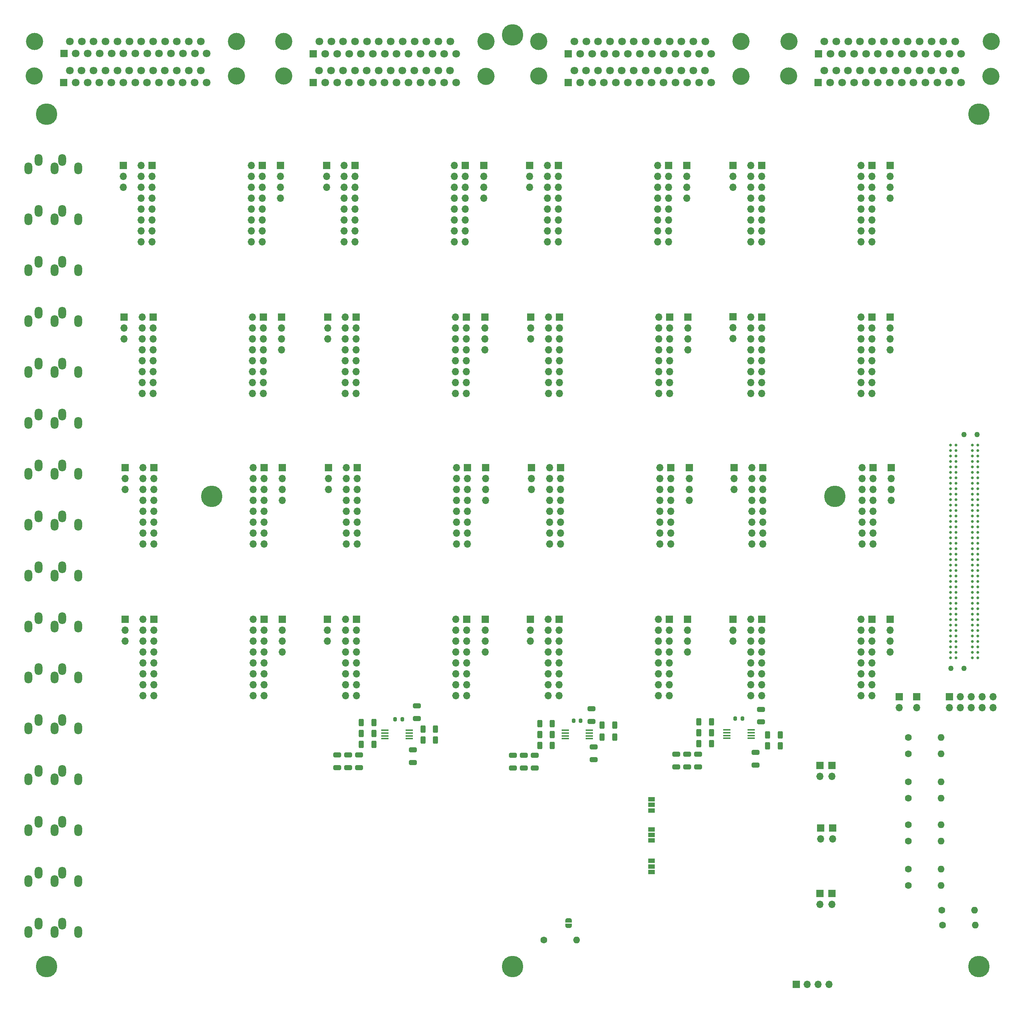
<source format=gbr>
G04 #@! TF.GenerationSoftware,KiCad,Pcbnew,7.0.0*
G04 #@! TF.CreationDate,2024-03-13T15:56:50+01:00*
G04 #@! TF.ProjectId,ADAU1787_rack,41444155-3137-4383-975f-7261636b2e6b,rev?*
G04 #@! TF.SameCoordinates,Original*
G04 #@! TF.FileFunction,Soldermask,Bot*
G04 #@! TF.FilePolarity,Negative*
%FSLAX46Y46*%
G04 Gerber Fmt 4.6, Leading zero omitted, Abs format (unit mm)*
G04 Created by KiCad (PCBNEW 7.0.0) date 2024-03-13 15:56:50*
%MOMM*%
%LPD*%
G01*
G04 APERTURE LIST*
G04 Aperture macros list*
%AMRoundRect*
0 Rectangle with rounded corners*
0 $1 Rounding radius*
0 $2 $3 $4 $5 $6 $7 $8 $9 X,Y pos of 4 corners*
0 Add a 4 corners polygon primitive as box body*
4,1,4,$2,$3,$4,$5,$6,$7,$8,$9,$2,$3,0*
0 Add four circle primitives for the rounded corners*
1,1,$1+$1,$2,$3*
1,1,$1+$1,$4,$5*
1,1,$1+$1,$6,$7*
1,1,$1+$1,$8,$9*
0 Add four rect primitives between the rounded corners*
20,1,$1+$1,$2,$3,$4,$5,0*
20,1,$1+$1,$4,$5,$6,$7,0*
20,1,$1+$1,$6,$7,$8,$9,0*
20,1,$1+$1,$8,$9,$2,$3,0*%
%AMFreePoly0*
4,1,19,0.500000,-0.750000,0.000000,-0.750000,0.000000,-0.744911,-0.071157,-0.744911,-0.207708,-0.704816,-0.327430,-0.627875,-0.420627,-0.520320,-0.479746,-0.390866,-0.500000,-0.250000,-0.500000,0.250000,-0.479746,0.390866,-0.420627,0.520320,-0.327430,0.627875,-0.207708,0.704816,-0.071157,0.744911,0.000000,0.744911,0.000000,0.750000,0.500000,0.750000,0.500000,-0.750000,0.500000,-0.750000,
$1*%
%AMFreePoly1*
4,1,19,0.000000,0.744911,0.071157,0.744911,0.207708,0.704816,0.327430,0.627875,0.420627,0.520320,0.479746,0.390866,0.500000,0.250000,0.500000,-0.250000,0.479746,-0.390866,0.420627,-0.520320,0.327430,-0.627875,0.207708,-0.704816,0.071157,-0.744911,0.000000,-0.744911,0.000000,-0.750000,-0.500000,-0.750000,-0.500000,0.750000,0.000000,0.750000,0.000000,0.744911,0.000000,0.744911,
$1*%
G04 Aperture macros list end*
%ADD10R,1.700000X1.700000*%
%ADD11O,1.700000X1.700000*%
%ADD12O,1.800000X2.800000*%
%ADD13C,1.270000*%
%ADD14C,1.600000*%
%ADD15O,1.600000X1.600000*%
%ADD16C,5.000000*%
%ADD17C,4.000000*%
%ADD18R,1.800000X1.800000*%
%ADD19C,1.800000*%
%ADD20C,0.640000*%
%ADD21R,1.500000X1.000000*%
%ADD22FreePoly0,270.000000*%
%ADD23FreePoly1,270.000000*%
%ADD24RoundRect,0.250000X0.312500X0.625000X-0.312500X0.625000X-0.312500X-0.625000X0.312500X-0.625000X0*%
%ADD25RoundRect,0.250000X0.650000X-0.325000X0.650000X0.325000X-0.650000X0.325000X-0.650000X-0.325000X0*%
%ADD26RoundRect,0.200000X-0.200000X-0.275000X0.200000X-0.275000X0.200000X0.275000X-0.200000X0.275000X0*%
%ADD27RoundRect,0.250000X-0.312500X-0.625000X0.312500X-0.625000X0.312500X0.625000X-0.312500X0.625000X0*%
%ADD28R,1.655432X0.380766*%
%ADD29RoundRect,0.250000X-0.650000X0.325000X-0.650000X-0.325000X0.650000X-0.325000X0.650000X0.325000X0*%
G04 APERTURE END LIST*
D10*
X56143499Y-180073999D03*
D11*
X53603499Y-180073999D03*
X56143499Y-182613999D03*
X53603499Y-182613999D03*
X56143499Y-185153999D03*
X53603499Y-185153999D03*
X56143499Y-187693999D03*
X53603499Y-187693999D03*
X56143499Y-190233999D03*
X53603499Y-190233999D03*
X56143499Y-192773999D03*
X53603499Y-192773999D03*
X56143499Y-195313999D03*
X53603499Y-195313999D03*
X56143499Y-197853999D03*
X53603499Y-197853999D03*
D10*
X81797499Y-180073999D03*
D11*
X79257499Y-180073999D03*
X81797499Y-182613999D03*
X79257499Y-182613999D03*
X81797499Y-185153999D03*
X79257499Y-185153999D03*
X81797499Y-187693999D03*
X79257499Y-187693999D03*
X81797499Y-190233999D03*
X79257499Y-190233999D03*
X81797499Y-192773999D03*
X79257499Y-192773999D03*
X81797499Y-195313999D03*
X79257499Y-195313999D03*
X81797499Y-197853999D03*
X79257499Y-197853999D03*
D12*
X34774219Y-96843964D03*
X32974219Y-98843964D03*
X26874219Y-98843964D03*
X29274219Y-96843964D03*
X38474219Y-98843964D03*
X34774219Y-84990631D03*
X32974219Y-86990631D03*
X26874219Y-86990631D03*
X29274219Y-84990631D03*
X38474219Y-86990631D03*
X34774219Y-215377294D03*
X32974219Y-217377294D03*
X26874219Y-217377294D03*
X29274219Y-215377294D03*
X38474219Y-217377294D03*
X34774219Y-239083960D03*
X32974219Y-241083960D03*
X26874219Y-241083960D03*
X29274219Y-239083960D03*
X38474219Y-241083960D03*
X34774219Y-250937298D03*
X32974219Y-252937298D03*
X26874219Y-252937298D03*
X29274219Y-250937298D03*
X38474219Y-252937298D03*
X34774219Y-73137298D03*
X32974219Y-75137298D03*
X26874219Y-75137298D03*
X29274219Y-73137298D03*
X38474219Y-75137298D03*
X34774219Y-227230627D03*
X32974219Y-229230627D03*
X26874219Y-229230627D03*
X29274219Y-227230627D03*
X38474219Y-229230627D03*
X34774219Y-191670628D03*
X32974219Y-193670628D03*
X26874219Y-193670628D03*
X29274219Y-191670628D03*
X38474219Y-193670628D03*
X34774219Y-179817295D03*
X32974219Y-181817295D03*
X26874219Y-181817295D03*
X29274219Y-179817295D03*
X38474219Y-181817295D03*
X34774219Y-120550630D03*
X32974219Y-122550630D03*
X26874219Y-122550630D03*
X29274219Y-120550630D03*
X38474219Y-122550630D03*
X34774219Y-167963962D03*
X32974219Y-169963962D03*
X26874219Y-169963962D03*
X29274219Y-167963962D03*
X38474219Y-169963962D03*
X34774219Y-156110629D03*
X32974219Y-158110629D03*
X26874219Y-158110629D03*
X29274219Y-156110629D03*
X38474219Y-158110629D03*
X34774219Y-144257296D03*
X32974219Y-146257296D03*
X26874219Y-146257296D03*
X29274219Y-144257296D03*
X38474219Y-146257296D03*
X34774219Y-203523961D03*
X32974219Y-205523961D03*
X26874219Y-205523961D03*
X29274219Y-203523961D03*
X38474219Y-205523961D03*
D10*
X103263045Y-180073999D03*
D11*
X100723045Y-180073999D03*
X103263045Y-182613999D03*
X100723045Y-182613999D03*
X103263045Y-185153999D03*
X100723045Y-185153999D03*
X103263045Y-187693999D03*
X100723045Y-187693999D03*
X103263045Y-190233999D03*
X100723045Y-190233999D03*
X103263045Y-192773999D03*
X100723045Y-192773999D03*
X103263045Y-195313999D03*
X100723045Y-195313999D03*
X103263045Y-197853999D03*
X100723045Y-197853999D03*
D10*
X128917045Y-180073999D03*
D11*
X126377045Y-180073999D03*
X128917045Y-182613999D03*
X126377045Y-182613999D03*
X128917045Y-185153999D03*
X126377045Y-185153999D03*
X128917045Y-187693999D03*
X126377045Y-187693999D03*
X128917045Y-190233999D03*
X126377045Y-190233999D03*
X128917045Y-192773999D03*
X126377045Y-192773999D03*
X128917045Y-195313999D03*
X126377045Y-195313999D03*
X128917045Y-197853999D03*
X126377045Y-197853999D03*
D10*
X103429712Y-144823499D03*
D11*
X100889712Y-144823499D03*
X103429712Y-147363499D03*
X100889712Y-147363499D03*
X103429712Y-149903499D03*
X100889712Y-149903499D03*
X103429712Y-152443499D03*
X100889712Y-152443499D03*
X103429712Y-154983499D03*
X100889712Y-154983499D03*
X103429712Y-157523499D03*
X100889712Y-157523499D03*
X103429712Y-160063499D03*
X100889712Y-160063499D03*
X103429712Y-162603499D03*
X100889712Y-162603499D03*
D10*
X129083712Y-144823499D03*
D11*
X126543712Y-144823499D03*
X129083712Y-147363499D03*
X126543712Y-147363499D03*
X129083712Y-149903499D03*
X126543712Y-149903499D03*
X129083712Y-152443499D03*
X126543712Y-152443499D03*
X129083712Y-154983499D03*
X126543712Y-154983499D03*
X129083712Y-157523499D03*
X126543712Y-157523499D03*
X129083712Y-160063499D03*
X126543712Y-160063499D03*
X129083712Y-162603499D03*
X126543712Y-162603499D03*
D10*
X150532285Y-109727999D03*
D11*
X147992285Y-109727999D03*
X150532285Y-112267999D03*
X147992285Y-112267999D03*
X150532285Y-114807999D03*
X147992285Y-114807999D03*
X150532285Y-117347999D03*
X147992285Y-117347999D03*
X150532285Y-119887999D03*
X147992285Y-119887999D03*
X150532285Y-122427999D03*
X147992285Y-122427999D03*
X150532285Y-124967999D03*
X147992285Y-124967999D03*
X150532285Y-127507999D03*
X147992285Y-127507999D03*
D10*
X176186285Y-109727999D03*
D11*
X173646285Y-109727999D03*
X176186285Y-112267999D03*
X173646285Y-112267999D03*
X176186285Y-114807999D03*
X173646285Y-114807999D03*
X176186285Y-117347999D03*
X173646285Y-117347999D03*
X176186285Y-119887999D03*
X173646285Y-119887999D03*
X176186285Y-122427999D03*
X173646285Y-122427999D03*
X176186285Y-124967999D03*
X173646285Y-124967999D03*
X176186285Y-127507999D03*
X173646285Y-127507999D03*
D10*
X55666359Y-74421999D03*
D11*
X53126359Y-74421999D03*
X55666359Y-76961999D03*
X53126359Y-76961999D03*
X55666359Y-79501999D03*
X53126359Y-79501999D03*
X55666359Y-82041999D03*
X53126359Y-82041999D03*
X55666359Y-84581999D03*
X53126359Y-84581999D03*
X55666359Y-87121999D03*
X53126359Y-87121999D03*
X55666359Y-89661999D03*
X53126359Y-89661999D03*
X55666359Y-92201999D03*
X53126359Y-92201999D03*
D10*
X81320359Y-74421999D03*
D11*
X78780359Y-74421999D03*
X81320359Y-76961999D03*
X78780359Y-76961999D03*
X81320359Y-79501999D03*
X78780359Y-79501999D03*
X81320359Y-82041999D03*
X78780359Y-82041999D03*
X81320359Y-84581999D03*
X78780359Y-84581999D03*
X81320359Y-87121999D03*
X78780359Y-87121999D03*
X81320359Y-89661999D03*
X78780359Y-89661999D03*
X81320359Y-92201999D03*
X78780359Y-92201999D03*
D10*
X197611999Y-74421999D03*
D11*
X195071999Y-74421999D03*
X197611999Y-76961999D03*
X195071999Y-76961999D03*
X197611999Y-79501999D03*
X195071999Y-79501999D03*
X197611999Y-82041999D03*
X195071999Y-82041999D03*
X197611999Y-84581999D03*
X195071999Y-84581999D03*
X197611999Y-87121999D03*
X195071999Y-87121999D03*
X197611999Y-89661999D03*
X195071999Y-89661999D03*
X197611999Y-92201999D03*
X195071999Y-92201999D03*
D10*
X223265999Y-74421999D03*
D11*
X220725999Y-74421999D03*
X223265999Y-76961999D03*
X220725999Y-76961999D03*
X223265999Y-79501999D03*
X220725999Y-79501999D03*
X223265999Y-82041999D03*
X220725999Y-82041999D03*
X223265999Y-84581999D03*
X220725999Y-84581999D03*
X223265999Y-87121999D03*
X220725999Y-87121999D03*
X223265999Y-89661999D03*
X220725999Y-89661999D03*
X223265999Y-92201999D03*
X220725999Y-92201999D03*
D10*
X102952572Y-74421999D03*
D11*
X100412572Y-74421999D03*
X102952572Y-76961999D03*
X100412572Y-76961999D03*
X102952572Y-79501999D03*
X100412572Y-79501999D03*
X102952572Y-82041999D03*
X100412572Y-82041999D03*
X102952572Y-84581999D03*
X100412572Y-84581999D03*
X102952572Y-87121999D03*
X100412572Y-87121999D03*
X102952572Y-89661999D03*
X100412572Y-89661999D03*
X102952572Y-92201999D03*
X100412572Y-92201999D03*
D10*
X128606572Y-74421999D03*
D11*
X126066572Y-74421999D03*
X128606572Y-76961999D03*
X126066572Y-76961999D03*
X128606572Y-79501999D03*
X126066572Y-79501999D03*
X128606572Y-82041999D03*
X126066572Y-82041999D03*
X128606572Y-84581999D03*
X126066572Y-84581999D03*
X128606572Y-87121999D03*
X126066572Y-87121999D03*
X128606572Y-89661999D03*
X126066572Y-89661999D03*
X128606572Y-92201999D03*
X126066572Y-92201999D03*
D10*
X150759425Y-144823499D03*
D11*
X148219425Y-144823499D03*
X150759425Y-147363499D03*
X148219425Y-147363499D03*
X150759425Y-149903499D03*
X148219425Y-149903499D03*
X150759425Y-152443499D03*
X148219425Y-152443499D03*
X150759425Y-154983499D03*
X148219425Y-154983499D03*
X150759425Y-157523499D03*
X148219425Y-157523499D03*
X150759425Y-160063499D03*
X148219425Y-160063499D03*
X150759425Y-162603499D03*
X148219425Y-162603499D03*
D10*
X176413425Y-144823499D03*
D11*
X173873425Y-144823499D03*
X176413425Y-147363499D03*
X173873425Y-147363499D03*
X176413425Y-149903499D03*
X173873425Y-149903499D03*
X176413425Y-152443499D03*
X173873425Y-152443499D03*
X176413425Y-154983499D03*
X173873425Y-154983499D03*
X176413425Y-157523499D03*
X173873425Y-157523499D03*
X176413425Y-160063499D03*
X173873425Y-160063499D03*
X176413425Y-162603499D03*
X173873425Y-162603499D03*
D10*
X150426091Y-180073999D03*
D11*
X147886091Y-180073999D03*
X150426091Y-182613999D03*
X147886091Y-182613999D03*
X150426091Y-185153999D03*
X147886091Y-185153999D03*
X150426091Y-187693999D03*
X147886091Y-187693999D03*
X150426091Y-190233999D03*
X147886091Y-190233999D03*
X150426091Y-192773999D03*
X147886091Y-192773999D03*
X150426091Y-195313999D03*
X147886091Y-195313999D03*
X150426091Y-197853999D03*
X147886091Y-197853999D03*
D10*
X176080091Y-180073999D03*
D11*
X173540091Y-180073999D03*
X176080091Y-182613999D03*
X173540091Y-182613999D03*
X176080091Y-185153999D03*
X173540091Y-185153999D03*
X176080091Y-187693999D03*
X173540091Y-187693999D03*
X176080091Y-190233999D03*
X173540091Y-190233999D03*
X176080091Y-192773999D03*
X173540091Y-192773999D03*
X176080091Y-195313999D03*
X173540091Y-195313999D03*
X176080091Y-197853999D03*
X173540091Y-197853999D03*
D13*
X244685000Y-137110000D03*
X241635000Y-191490000D03*
D10*
X197611999Y-109727999D03*
D11*
X195071999Y-109727999D03*
X197611999Y-112267999D03*
X195071999Y-112267999D03*
X197611999Y-114807999D03*
X195071999Y-114807999D03*
X197611999Y-117347999D03*
X195071999Y-117347999D03*
X197611999Y-119887999D03*
X195071999Y-119887999D03*
X197611999Y-122427999D03*
X195071999Y-122427999D03*
X197611999Y-124967999D03*
X195071999Y-124967999D03*
X197611999Y-127507999D03*
X195071999Y-127507999D03*
D10*
X223265999Y-109727999D03*
D11*
X220725999Y-109727999D03*
X223265999Y-112267999D03*
X220725999Y-112267999D03*
X223265999Y-114807999D03*
X220725999Y-114807999D03*
X223265999Y-117347999D03*
X220725999Y-117347999D03*
X223265999Y-119887999D03*
X220725999Y-119887999D03*
X223265999Y-122427999D03*
X220725999Y-122427999D03*
X223265999Y-124967999D03*
X220725999Y-124967999D03*
X223265999Y-127507999D03*
X220725999Y-127507999D03*
D10*
X150282285Y-74421999D03*
D11*
X147742285Y-74421999D03*
X150282285Y-76961999D03*
X147742285Y-76961999D03*
X150282285Y-79501999D03*
X147742285Y-79501999D03*
X150282285Y-82041999D03*
X147742285Y-82041999D03*
X150282285Y-84581999D03*
X147742285Y-84581999D03*
X150282285Y-87121999D03*
X147742285Y-87121999D03*
X150282285Y-89661999D03*
X147742285Y-89661999D03*
X150282285Y-92201999D03*
X147742285Y-92201999D03*
D10*
X175936285Y-74421999D03*
D11*
X173396285Y-74421999D03*
X175936285Y-76961999D03*
X173396285Y-76961999D03*
X175936285Y-79501999D03*
X173396285Y-79501999D03*
X175936285Y-82041999D03*
X173396285Y-82041999D03*
X175936285Y-84581999D03*
X173396285Y-84581999D03*
X175936285Y-87121999D03*
X173396285Y-87121999D03*
X175936285Y-89661999D03*
X173396285Y-89661999D03*
X175936285Y-92201999D03*
X173396285Y-92201999D03*
D10*
X197589139Y-180073999D03*
D11*
X195049139Y-180073999D03*
X197589139Y-182613999D03*
X195049139Y-182613999D03*
X197589139Y-185153999D03*
X195049139Y-185153999D03*
X197589139Y-187693999D03*
X195049139Y-187693999D03*
X197589139Y-190233999D03*
X195049139Y-190233999D03*
X197589139Y-192773999D03*
X195049139Y-192773999D03*
X197589139Y-195313999D03*
X195049139Y-195313999D03*
X197589139Y-197853999D03*
X195049139Y-197853999D03*
D10*
X223243139Y-180073999D03*
D11*
X220703139Y-180073999D03*
X223243139Y-182613999D03*
X220703139Y-182613999D03*
X223243139Y-185153999D03*
X220703139Y-185153999D03*
X223243139Y-187693999D03*
X220703139Y-187693999D03*
X223243139Y-190233999D03*
X220703139Y-190233999D03*
X223243139Y-192773999D03*
X220703139Y-192773999D03*
X223243139Y-195313999D03*
X220703139Y-195313999D03*
X223243139Y-197853999D03*
X220703139Y-197853999D03*
D10*
X55916359Y-109727999D03*
D11*
X53376359Y-109727999D03*
X55916359Y-112267999D03*
X53376359Y-112267999D03*
X55916359Y-114807999D03*
X53376359Y-114807999D03*
X55916359Y-117347999D03*
X53376359Y-117347999D03*
X55916359Y-119887999D03*
X53376359Y-119887999D03*
X55916359Y-122427999D03*
X53376359Y-122427999D03*
X55916359Y-124967999D03*
X53376359Y-124967999D03*
X55916359Y-127507999D03*
X53376359Y-127507999D03*
D10*
X81570359Y-109727999D03*
D11*
X79030359Y-109727999D03*
X81570359Y-112267999D03*
X79030359Y-112267999D03*
X81570359Y-114807999D03*
X79030359Y-114807999D03*
X81570359Y-117347999D03*
X79030359Y-117347999D03*
X81570359Y-119887999D03*
X79030359Y-119887999D03*
X81570359Y-122427999D03*
X79030359Y-122427999D03*
X81570359Y-124967999D03*
X79030359Y-124967999D03*
X81570359Y-127507999D03*
X79030359Y-127507999D03*
D10*
X103202572Y-109727999D03*
D11*
X100662572Y-109727999D03*
X103202572Y-112267999D03*
X100662572Y-112267999D03*
X103202572Y-114807999D03*
X100662572Y-114807999D03*
X103202572Y-117347999D03*
X100662572Y-117347999D03*
X103202572Y-119887999D03*
X100662572Y-119887999D03*
X103202572Y-122427999D03*
X100662572Y-122427999D03*
X103202572Y-124967999D03*
X100662572Y-124967999D03*
X103202572Y-127507999D03*
X100662572Y-127507999D03*
D10*
X128856572Y-109727999D03*
D11*
X126316572Y-109727999D03*
X128856572Y-112267999D03*
X126316572Y-112267999D03*
X128856572Y-114807999D03*
X126316572Y-114807999D03*
X128856572Y-117347999D03*
X126316572Y-117347999D03*
X128856572Y-119887999D03*
X126316572Y-119887999D03*
X128856572Y-122427999D03*
X126316572Y-122427999D03*
X128856572Y-124967999D03*
X126316572Y-124967999D03*
X128856572Y-127507999D03*
X126316572Y-127507999D03*
D10*
X56143499Y-144823499D03*
D11*
X53603499Y-144823499D03*
X56143499Y-147363499D03*
X53603499Y-147363499D03*
X56143499Y-149903499D03*
X53603499Y-149903499D03*
X56143499Y-152443499D03*
X53603499Y-152443499D03*
X56143499Y-154983499D03*
X53603499Y-154983499D03*
X56143499Y-157523499D03*
X53603499Y-157523499D03*
X56143499Y-160063499D03*
X53603499Y-160063499D03*
X56143499Y-162603499D03*
X53603499Y-162603499D03*
D10*
X81797499Y-144823499D03*
D11*
X79257499Y-144823499D03*
X81797499Y-147363499D03*
X79257499Y-147363499D03*
X81797499Y-149903499D03*
X79257499Y-149903499D03*
X81797499Y-152443499D03*
X79257499Y-152443499D03*
X81797499Y-154983499D03*
X79257499Y-154983499D03*
X81797499Y-157523499D03*
X79257499Y-157523499D03*
X81797499Y-160063499D03*
X79257499Y-160063499D03*
X81797499Y-162603499D03*
X79257499Y-162603499D03*
D14*
X231750000Y-211470000D03*
D15*
X239369999Y-211469999D03*
D14*
X231750000Y-221770000D03*
D15*
X239369999Y-221769999D03*
D14*
X231750000Y-231770000D03*
D15*
X239369999Y-231769999D03*
D14*
X231750000Y-207660000D03*
D15*
X239369999Y-207659999D03*
D14*
X231750000Y-217960000D03*
D15*
X239369999Y-217959999D03*
D14*
X231750000Y-227960000D03*
D15*
X239369999Y-227959999D03*
D14*
X231750000Y-238270000D03*
D15*
X239369999Y-238269999D03*
D14*
X231750000Y-242080000D03*
D15*
X239369999Y-242079999D03*
D14*
X239522000Y-247870000D03*
D15*
X247141999Y-247869999D03*
D14*
X239649000Y-251333000D03*
D15*
X247268999Y-251332999D03*
D12*
X34774219Y-108697297D03*
X32974219Y-110697297D03*
X26874219Y-110697297D03*
X29274219Y-108697297D03*
X38474219Y-110697297D03*
D10*
X197839139Y-144823499D03*
D11*
X195299139Y-144823499D03*
X197839139Y-147363499D03*
X195299139Y-147363499D03*
X197839139Y-149903499D03*
X195299139Y-149903499D03*
X197839139Y-152443499D03*
X195299139Y-152443499D03*
X197839139Y-154983499D03*
X195299139Y-154983499D03*
X197839139Y-157523499D03*
X195299139Y-157523499D03*
X197839139Y-160063499D03*
X195299139Y-160063499D03*
X197839139Y-162603499D03*
X195299139Y-162603499D03*
D10*
X223493139Y-144823499D03*
D11*
X220953139Y-144823499D03*
X223493139Y-147363499D03*
X220953139Y-147363499D03*
X223493139Y-149903499D03*
X220953139Y-149903499D03*
X223493139Y-152443499D03*
X220953139Y-152443499D03*
X223493139Y-154983499D03*
X220953139Y-154983499D03*
X223493139Y-157523499D03*
X220953139Y-157523499D03*
X223493139Y-160063499D03*
X220953139Y-160063499D03*
X223493139Y-162603499D03*
X220953139Y-162603499D03*
D12*
X34774219Y-132403963D03*
X32974219Y-134403963D03*
X26874219Y-134403963D03*
X29274219Y-132403963D03*
X38474219Y-134403963D03*
D10*
X213918799Y-214121999D03*
D11*
X213918799Y-216661999D03*
D10*
X229615999Y-198135999D03*
D11*
X229615999Y-200675999D03*
D10*
X241299999Y-198095999D03*
D11*
X241299999Y-200635999D03*
X243839999Y-198095999D03*
X243839999Y-200635999D03*
X246379999Y-198095999D03*
X246379999Y-200635999D03*
X248919999Y-198095999D03*
X248919999Y-200635999D03*
X251459999Y-198095999D03*
X251459999Y-200635999D03*
D16*
X139600000Y-44000000D03*
X69600000Y-151500000D03*
D17*
X203885800Y-53644800D03*
X203915800Y-45594800D03*
X250955800Y-53654800D03*
X250985800Y-45604800D03*
D18*
X210785799Y-48424799D03*
D19*
X213555800Y-48424800D03*
X216325800Y-48424800D03*
X219095800Y-48424800D03*
X221865800Y-48424800D03*
X224635800Y-48424800D03*
X227405800Y-48424800D03*
X230175800Y-48424800D03*
X232945800Y-48424800D03*
X235715800Y-48424800D03*
X238485800Y-48424800D03*
X241255800Y-48424800D03*
X244025800Y-48424800D03*
X212170800Y-45584800D03*
X214940800Y-45584800D03*
X217710800Y-45584800D03*
X220480800Y-45584800D03*
X223250800Y-45584800D03*
X226020800Y-45584800D03*
X228790800Y-45584800D03*
X231560800Y-45584800D03*
X234330800Y-45584800D03*
X237100800Y-45584800D03*
X239870800Y-45584800D03*
X242640800Y-45584800D03*
D18*
X210755799Y-55174799D03*
D19*
X213525800Y-55174800D03*
X216295800Y-55174800D03*
X219065800Y-55174800D03*
X221835800Y-55174800D03*
X224605800Y-55174800D03*
X227375800Y-55174800D03*
X230145800Y-55174800D03*
X232915800Y-55174800D03*
X235685800Y-55174800D03*
X238455800Y-55174800D03*
X241225800Y-55174800D03*
X243995800Y-55174800D03*
X212140800Y-52334800D03*
X214910800Y-52334800D03*
X217680800Y-52334800D03*
X220450800Y-52334800D03*
X223220800Y-52334800D03*
X225990800Y-52334800D03*
X228760800Y-52334800D03*
X231530800Y-52334800D03*
X234300800Y-52334800D03*
X237070800Y-52334800D03*
X239840800Y-52334800D03*
X242610800Y-52334800D03*
D10*
X213918799Y-243976573D03*
D11*
X213918799Y-246516573D03*
D10*
X211124799Y-243969999D03*
D11*
X211124799Y-246509999D03*
D17*
X28270200Y-53619400D03*
X28300200Y-45569400D03*
X75340200Y-53629400D03*
X75370200Y-45579400D03*
D18*
X35170199Y-48399399D03*
D19*
X37940200Y-48399400D03*
X40710200Y-48399400D03*
X43480200Y-48399400D03*
X46250200Y-48399400D03*
X49020200Y-48399400D03*
X51790200Y-48399400D03*
X54560200Y-48399400D03*
X57330200Y-48399400D03*
X60100200Y-48399400D03*
X62870200Y-48399400D03*
X65640200Y-48399400D03*
X68410200Y-48399400D03*
X36555200Y-45559400D03*
X39325200Y-45559400D03*
X42095200Y-45559400D03*
X44865200Y-45559400D03*
X47635200Y-45559400D03*
X50405200Y-45559400D03*
X53175200Y-45559400D03*
X55945200Y-45559400D03*
X58715200Y-45559400D03*
X61485200Y-45559400D03*
X64255200Y-45559400D03*
X67025200Y-45559400D03*
D18*
X35140199Y-55149399D03*
D19*
X37910200Y-55149400D03*
X40680200Y-55149400D03*
X43450200Y-55149400D03*
X46220200Y-55149400D03*
X48990200Y-55149400D03*
X51760200Y-55149400D03*
X54530200Y-55149400D03*
X57300200Y-55149400D03*
X60070200Y-55149400D03*
X62840200Y-55149400D03*
X65610200Y-55149400D03*
X68380200Y-55149400D03*
X36525200Y-52309400D03*
X39295200Y-52309400D03*
X42065200Y-52309400D03*
X44835200Y-52309400D03*
X47605200Y-52309400D03*
X50375200Y-52309400D03*
X53145200Y-52309400D03*
X55915200Y-52309400D03*
X58685200Y-52309400D03*
X61455200Y-52309400D03*
X64225200Y-52309400D03*
X66995200Y-52309400D03*
D17*
X86334600Y-53644800D03*
X86364600Y-45594800D03*
X133404600Y-53654800D03*
X133434600Y-45604800D03*
D18*
X93234599Y-48424799D03*
D19*
X96004600Y-48424800D03*
X98774600Y-48424800D03*
X101544600Y-48424800D03*
X104314600Y-48424800D03*
X107084600Y-48424800D03*
X109854600Y-48424800D03*
X112624600Y-48424800D03*
X115394600Y-48424800D03*
X118164600Y-48424800D03*
X120934600Y-48424800D03*
X123704600Y-48424800D03*
X126474600Y-48424800D03*
X94619600Y-45584800D03*
X97389600Y-45584800D03*
X100159600Y-45584800D03*
X102929600Y-45584800D03*
X105699600Y-45584800D03*
X108469600Y-45584800D03*
X111239600Y-45584800D03*
X114009600Y-45584800D03*
X116779600Y-45584800D03*
X119549600Y-45584800D03*
X122319600Y-45584800D03*
X125089600Y-45584800D03*
D18*
X93204599Y-55174799D03*
D19*
X95974600Y-55174800D03*
X98744600Y-55174800D03*
X101514600Y-55174800D03*
X104284600Y-55174800D03*
X107054600Y-55174800D03*
X109824600Y-55174800D03*
X112594600Y-55174800D03*
X115364600Y-55174800D03*
X118134600Y-55174800D03*
X120904600Y-55174800D03*
X123674600Y-55174800D03*
X126444600Y-55174800D03*
X94589600Y-52334800D03*
X97359600Y-52334800D03*
X100129600Y-52334800D03*
X102899600Y-52334800D03*
X105669600Y-52334800D03*
X108439600Y-52334800D03*
X111209600Y-52334800D03*
X113979600Y-52334800D03*
X116749600Y-52334800D03*
X119519600Y-52334800D03*
X122289600Y-52334800D03*
X125059600Y-52334800D03*
D10*
X205639656Y-265079843D03*
D11*
X208179656Y-265079843D03*
X210719656Y-265079843D03*
X213259656Y-265079843D03*
D16*
X31100000Y-62500000D03*
D10*
X233679999Y-198135999D03*
D11*
X233679999Y-200675999D03*
D16*
X31100000Y-261000000D03*
X248100000Y-261000000D03*
X248100000Y-62500000D03*
D10*
X214071199Y-228701599D03*
D11*
X214071199Y-231241599D03*
D16*
X139600000Y-261000000D03*
D17*
X145689800Y-53643000D03*
X145719800Y-45593000D03*
X192759800Y-53653000D03*
X192789800Y-45603000D03*
D18*
X152589799Y-48422999D03*
D19*
X155359800Y-48423000D03*
X158129800Y-48423000D03*
X160899800Y-48423000D03*
X163669800Y-48423000D03*
X166439800Y-48423000D03*
X169209800Y-48423000D03*
X171979800Y-48423000D03*
X174749800Y-48423000D03*
X177519800Y-48423000D03*
X180289800Y-48423000D03*
X183059800Y-48423000D03*
X185829800Y-48423000D03*
X153974800Y-45583000D03*
X156744800Y-45583000D03*
X159514800Y-45583000D03*
X162284800Y-45583000D03*
X165054800Y-45583000D03*
X167824800Y-45583000D03*
X170594800Y-45583000D03*
X173364800Y-45583000D03*
X176134800Y-45583000D03*
X178904800Y-45583000D03*
X181674800Y-45583000D03*
X184444800Y-45583000D03*
D18*
X152559799Y-55172999D03*
D19*
X155329800Y-55173000D03*
X158099800Y-55173000D03*
X160869800Y-55173000D03*
X163639800Y-55173000D03*
X166409800Y-55173000D03*
X169179800Y-55173000D03*
X171949800Y-55173000D03*
X174719800Y-55173000D03*
X177489800Y-55173000D03*
X180259800Y-55173000D03*
X183029800Y-55173000D03*
X185799800Y-55173000D03*
X153944800Y-52333000D03*
X156714800Y-52333000D03*
X159484800Y-52333000D03*
X162254800Y-52333000D03*
X165024800Y-52333000D03*
X167794800Y-52333000D03*
X170564800Y-52333000D03*
X173334800Y-52333000D03*
X176104800Y-52333000D03*
X178874800Y-52333000D03*
X181644800Y-52333000D03*
X184414800Y-52333000D03*
D10*
X211124799Y-214121999D03*
D11*
X211124799Y-216661999D03*
D16*
X214590000Y-151480000D03*
D10*
X211277199Y-228701599D03*
D11*
X211277199Y-231241599D03*
D13*
X247730000Y-137110000D03*
X244680000Y-191490000D03*
D20*
X241505000Y-189065000D03*
X241505000Y-187795000D03*
X241505000Y-186525000D03*
X241505000Y-185255000D03*
X241505000Y-183985000D03*
X241505000Y-182715000D03*
X241505000Y-181445000D03*
X241505000Y-180175000D03*
X241505000Y-178905000D03*
X241505000Y-177635000D03*
X241505000Y-176365000D03*
X241505000Y-175095000D03*
X241505000Y-173825000D03*
X241505000Y-172555000D03*
X241505000Y-171285000D03*
X241505000Y-170015000D03*
X241505000Y-168745000D03*
X241505000Y-167475000D03*
X241505000Y-166205000D03*
X241505000Y-164935000D03*
X241505000Y-163665000D03*
X241505000Y-162395000D03*
X241505000Y-161125000D03*
X241505000Y-159855000D03*
X241505000Y-158585000D03*
X241505000Y-157315000D03*
X241505000Y-156045000D03*
X241505000Y-154775000D03*
X241505000Y-153505000D03*
X241505000Y-152235000D03*
X241505000Y-150965000D03*
X241505000Y-149695000D03*
X241505000Y-148425000D03*
X241505000Y-147155000D03*
X241505000Y-145885000D03*
X241505000Y-144615000D03*
X241505000Y-143345000D03*
X241505000Y-142075000D03*
X241505000Y-140805000D03*
X241505000Y-139535000D03*
X242775000Y-189065000D03*
X242775000Y-187795000D03*
X242775000Y-186525000D03*
X242775000Y-185255000D03*
X242775000Y-183985000D03*
X242775000Y-182715000D03*
X242775000Y-181445000D03*
X242775000Y-180175000D03*
X242775000Y-178905000D03*
X242775000Y-177635000D03*
X242775000Y-176365000D03*
X242775000Y-175095000D03*
X242775000Y-173825000D03*
X242775000Y-172555000D03*
X242775000Y-171285000D03*
X242775000Y-170015000D03*
X242775000Y-168745000D03*
X242775000Y-167475000D03*
X242775000Y-166205000D03*
X242775000Y-164935000D03*
X242775000Y-163665000D03*
X242775000Y-162395000D03*
X242775000Y-161125000D03*
X242775000Y-159855000D03*
X242775000Y-158585000D03*
X242775000Y-157315000D03*
X242775000Y-156045000D03*
X242775000Y-154775000D03*
X242775000Y-153505000D03*
X242775000Y-152235000D03*
X242775000Y-150965000D03*
X242775000Y-149695000D03*
X242775000Y-148425000D03*
X242775000Y-147155000D03*
X242775000Y-145885000D03*
X242775000Y-144615000D03*
X242775000Y-143345000D03*
X242775000Y-142075000D03*
X242775000Y-140805000D03*
X242775000Y-139535000D03*
X246585000Y-189065000D03*
X246585000Y-187795000D03*
X246585000Y-186525000D03*
X246585000Y-185255000D03*
X246585000Y-183985000D03*
X246585000Y-182715000D03*
X246585000Y-181445000D03*
X246585000Y-180175000D03*
X246585000Y-178905000D03*
X246585000Y-177635000D03*
X246585000Y-176365000D03*
X246585000Y-175095000D03*
X246585000Y-173825000D03*
X246585000Y-172555000D03*
X246585000Y-171285000D03*
X246585000Y-170015000D03*
X246585000Y-168745000D03*
X246585000Y-167475000D03*
X246585000Y-166205000D03*
X246585000Y-164935000D03*
X246585000Y-163665000D03*
X246585000Y-162395000D03*
X246585000Y-161125000D03*
X246585000Y-159855000D03*
X246585000Y-158585000D03*
X246585000Y-157315000D03*
X246585000Y-156045000D03*
X246585000Y-154775000D03*
X246585000Y-153505000D03*
X246585000Y-152235000D03*
X246585000Y-150965000D03*
X246585000Y-149695000D03*
X246585000Y-148425000D03*
X246585000Y-147155000D03*
X246585000Y-145885000D03*
X246585000Y-144615000D03*
X246585000Y-143345000D03*
X246585000Y-142075000D03*
X246585000Y-140805000D03*
X246585000Y-139535000D03*
X247855000Y-189065000D03*
X247855000Y-187795000D03*
X247855000Y-186525000D03*
X247855000Y-185255000D03*
X247855000Y-183985000D03*
X247855000Y-182715000D03*
X247855000Y-181445000D03*
X247855000Y-180175000D03*
X247855000Y-178905000D03*
X247855000Y-177635000D03*
X247855000Y-176365000D03*
X247855000Y-175095000D03*
X247855000Y-173825000D03*
X247855000Y-172555000D03*
X247855000Y-171285000D03*
X247855000Y-170015000D03*
X247855000Y-168745000D03*
X247855000Y-167475000D03*
X247855000Y-166205000D03*
X247855000Y-164935000D03*
X247855000Y-163665000D03*
X247855000Y-162395000D03*
X247855000Y-161125000D03*
X247855000Y-159855000D03*
X247855000Y-158585000D03*
X247855000Y-157315000D03*
X247855000Y-156045000D03*
X247855000Y-154775000D03*
X247855000Y-153505000D03*
X247855000Y-152235000D03*
X247855000Y-150965000D03*
X247855000Y-149695000D03*
X247855000Y-148425000D03*
X247855000Y-147155000D03*
X247855000Y-145885000D03*
X247855000Y-144615000D03*
X247855000Y-143345000D03*
X247855000Y-142075000D03*
X247855000Y-140805000D03*
X247855000Y-139535000D03*
D14*
X146913600Y-254812800D03*
D15*
X154533599Y-254812799D03*
D21*
X171959530Y-229001572D03*
X171959530Y-230301572D03*
X171959530Y-231601572D03*
X171959530Y-222001572D03*
X171959530Y-223301572D03*
X171959530Y-224601572D03*
D22*
X152654000Y-250190000D03*
D23*
X152654000Y-251490000D03*
D21*
X171959530Y-236339592D03*
X171959530Y-237639592D03*
X171959530Y-238939592D03*
D10*
X49446499Y-180100999D03*
D11*
X49446499Y-182640999D03*
X49446499Y-185180999D03*
D24*
X185888000Y-206546998D03*
X182963000Y-206546998D03*
D10*
X85795359Y-109759999D03*
D11*
X85795359Y-112299999D03*
X85795359Y-114839999D03*
X85795359Y-117379999D03*
D10*
X132872859Y-74398499D03*
D11*
X132872859Y-76938499D03*
X132872859Y-79478499D03*
X132872859Y-82018499D03*
D24*
X201890000Y-207054998D03*
X198965000Y-207054998D03*
X148844000Y-204372000D03*
X145919000Y-204372000D03*
X121685550Y-205642000D03*
X118760550Y-205642000D03*
D25*
X144780000Y-214737000D03*
X144780000Y-211787000D03*
D24*
X107334550Y-209198000D03*
X104409550Y-209198000D03*
D25*
X116413050Y-213467000D03*
X116413050Y-210517000D03*
D10*
X133349999Y-144779999D03*
D11*
X133349999Y-147319999D03*
X133349999Y-149859999D03*
X133349999Y-152399999D03*
D10*
X190907859Y-109632999D03*
D11*
X190907859Y-112172999D03*
X190907859Y-114712999D03*
D25*
X101300050Y-214610000D03*
X101300050Y-211660000D03*
D10*
X227710999Y-144779999D03*
D11*
X227710999Y-147319999D03*
X227710999Y-149859999D03*
X227710999Y-152399999D03*
D10*
X85545359Y-74398499D03*
D11*
X85545359Y-76938499D03*
X85545359Y-79478499D03*
X85545359Y-82018499D03*
D24*
X148844000Y-206912000D03*
X145919000Y-206912000D03*
D25*
X182798732Y-214491999D03*
X182798732Y-211541999D03*
D24*
X107334550Y-204118000D03*
X104409550Y-204118000D03*
D25*
X139700000Y-214737000D03*
X139700000Y-211787000D03*
D26*
X112286050Y-203356000D03*
X113936050Y-203356000D03*
D10*
X96546859Y-109759999D03*
D11*
X96546859Y-112299999D03*
X96546859Y-114839999D03*
D10*
X191134999Y-144794999D03*
D11*
X191134999Y-147334999D03*
X191134999Y-149874999D03*
D10*
X227456999Y-180085999D03*
D11*
X227456999Y-182625999D03*
X227456999Y-185165999D03*
X227456999Y-187705999D03*
D27*
X118760550Y-208182000D03*
X121685550Y-208182000D03*
X160462500Y-207518000D03*
X163387500Y-207518000D03*
D28*
X195134767Y-205866999D03*
X195134767Y-206516997D03*
X195134767Y-207166999D03*
X195134767Y-207816997D03*
X189483999Y-207816997D03*
X189483999Y-207166999D03*
X189483999Y-206516997D03*
X189483999Y-205866999D03*
D24*
X148844000Y-209452000D03*
X145919000Y-209452000D03*
D25*
X196150768Y-214068998D03*
X196150768Y-211118998D03*
X177718732Y-214491999D03*
X177718732Y-211541999D03*
D10*
X96296859Y-74398499D03*
D11*
X96296859Y-76938499D03*
X96296859Y-79478499D03*
D25*
X98760050Y-214610000D03*
X98760050Y-211660000D03*
D28*
X157489883Y-205937000D03*
X157489883Y-206586998D03*
X157489883Y-207237000D03*
X157489883Y-207886998D03*
X151839115Y-207886998D03*
X151839115Y-207237000D03*
X151839115Y-206586998D03*
X151839115Y-205937000D03*
D10*
X190880999Y-180085999D03*
D11*
X190880999Y-182625999D03*
X190880999Y-185165999D03*
D10*
X180720999Y-144779999D03*
D11*
X180720999Y-147319999D03*
X180720999Y-149859999D03*
X180720999Y-152399999D03*
D29*
X117302050Y-200230000D03*
X117302050Y-203180000D03*
D24*
X163387500Y-204724000D03*
X160462500Y-204724000D03*
D10*
X133222999Y-180085999D03*
D11*
X133222999Y-182625999D03*
X133222999Y-185165999D03*
X133222999Y-187705999D03*
D10*
X49193959Y-109734599D03*
D11*
X49193959Y-112274599D03*
X49193959Y-114814599D03*
D10*
X49446499Y-144794999D03*
D11*
X49446499Y-147334999D03*
X49446499Y-149874999D03*
D28*
X115533933Y-205937000D03*
X115533933Y-206586998D03*
X115533933Y-207237000D03*
X115533933Y-207886998D03*
X109883165Y-207886998D03*
X109883165Y-207237000D03*
X109883165Y-206586998D03*
X109883165Y-205937000D03*
D29*
X157988000Y-200914000D03*
X157988000Y-203864000D03*
D10*
X143790859Y-109759999D03*
D11*
X143790859Y-112299999D03*
X143790859Y-114839999D03*
D25*
X180258732Y-214491999D03*
X180258732Y-211541999D03*
D26*
X191413000Y-203244998D03*
X193063000Y-203244998D03*
D24*
X107334550Y-206658000D03*
X104409550Y-206658000D03*
D26*
X153798000Y-203708000D03*
X155448000Y-203708000D03*
D27*
X198965000Y-209594998D03*
X201890000Y-209594998D03*
D10*
X144017999Y-144779999D03*
D11*
X144017999Y-147319999D03*
X144017999Y-149859999D03*
D10*
X143540859Y-74398499D03*
D11*
X143540859Y-76938499D03*
X143540859Y-79478499D03*
D10*
X180339999Y-180085999D03*
D11*
X180339999Y-182625999D03*
X180339999Y-185165999D03*
X180339999Y-187705999D03*
D24*
X185888000Y-209086998D03*
X182963000Y-209086998D03*
D10*
X96773999Y-144779999D03*
D11*
X96773999Y-147319999D03*
X96773999Y-149859999D03*
D25*
X142240000Y-214737000D03*
X142240000Y-211787000D03*
D10*
X86022499Y-180085999D03*
D11*
X86022499Y-182625999D03*
X86022499Y-185165999D03*
X86022499Y-187705999D03*
D10*
X190911859Y-74413499D03*
D11*
X190911859Y-76953499D03*
X190911859Y-79493499D03*
D10*
X180116859Y-74421999D03*
D11*
X180116859Y-76961999D03*
X180116859Y-79501999D03*
X180116859Y-82041999D03*
D10*
X96519999Y-180085999D03*
D11*
X96519999Y-182625999D03*
X96519999Y-185165999D03*
D24*
X185888000Y-204006998D03*
X182963000Y-204006998D03*
D29*
X197420768Y-201056998D03*
X197420768Y-204006998D03*
D10*
X133122859Y-109759999D03*
D11*
X133122859Y-112299999D03*
X133122859Y-114839999D03*
X133122859Y-117379999D03*
D10*
X48969359Y-74398499D03*
D11*
X48969359Y-76938499D03*
X48969359Y-79478499D03*
D10*
X143763999Y-180085999D03*
D11*
X143763999Y-182625999D03*
X143763999Y-185165999D03*
D25*
X158496000Y-212803000D03*
X158496000Y-209853000D03*
D10*
X227487859Y-74398499D03*
D11*
X227487859Y-76938499D03*
X227487859Y-79478499D03*
X227487859Y-82018499D03*
D25*
X103840050Y-214610000D03*
X103840050Y-211660000D03*
D10*
X227483859Y-109759999D03*
D11*
X227483859Y-112299999D03*
X227483859Y-114839999D03*
X227483859Y-117379999D03*
D10*
X86022499Y-144779999D03*
D11*
X86022499Y-147319999D03*
X86022499Y-149859999D03*
X86022499Y-152399999D03*
D10*
X180366859Y-109769999D03*
D11*
X180366859Y-112309999D03*
X180366859Y-114849999D03*
X180366859Y-117389999D03*
M02*

</source>
